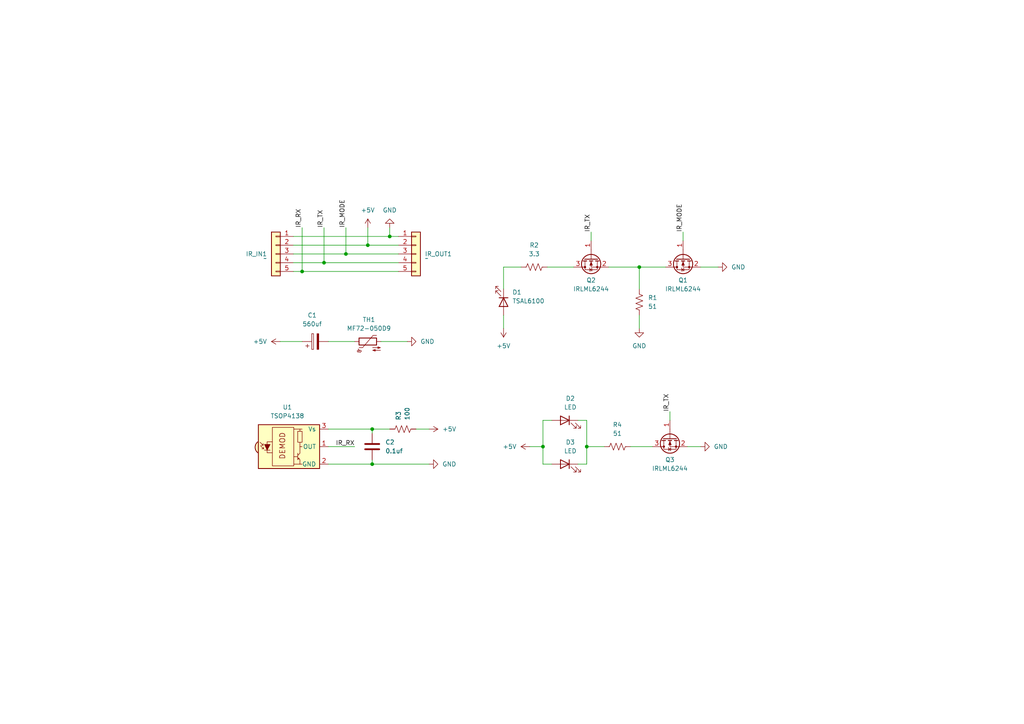
<source format=kicad_sch>
(kicad_sch (version 20230121) (generator eeschema)
  (paper "A4")
  (title_block (title "OpenLTTO Barrel Module") (rev "1.0") (company "Paul Mumby"))
  (lib_symbols
    (symbol "Connector_Generic:Conn_01x05" (pin_names (offset 1.016) hide)
      (property "Reference" "J" (at 0 7.62 0))
      (property "Value" "Conn_01x05" (at 0 -7.62 0))
      (symbol "Conn_01x05_1_1"
        (rectangle (start -1.27 -4.953) (end 0 -5.207) (stroke (width 0.1524)))
        (rectangle (start -1.27 -2.413) (end 0 -2.667) (stroke (width 0.1524)))
        (rectangle (start -1.27 0.127) (end 0 -0.127) (stroke (width 0.1524)))
        (rectangle (start -1.27 2.667) (end 0 2.413) (stroke (width 0.1524)))
        (rectangle (start -1.27 5.207) (end 0 4.953) (stroke (width 0.1524)))
        (rectangle (start -1.27 6.35) (end 1.27 -6.35) (stroke (width 0.254)) (fill (type background)))
        (pin passive line (at -5.08 5.08 0) (length 3.81) (name "Pin_1") (number "1"))
        (pin passive line (at -5.08 2.54 0) (length 3.81) (name "Pin_2") (number "2"))
        (pin passive line (at -5.08 0 0) (length 3.81) (name "Pin_3") (number "3"))
        (pin passive line (at -5.08 -2.54 0) (length 3.81) (name "Pin_4") (number "4"))
        (pin passive line (at -5.08 -5.08 0) (length 3.81) (name "Pin_5") (number "5"))
      )
    )
    (symbol "Device:C" (pin_numbers hide) (pin_names (offset 0.254))
      (property "Reference" "C" (at 0.635 2.54 0))
      (property "Value" "C" (at 0.635 -2.54 0))
      (symbol "C_0_1"
        (polyline (pts (xy -2.032 -0.762) (xy 2.032 -0.762)) (stroke (width 0.508)))
        (polyline (pts (xy -2.032 0.762) (xy 2.032 0.762)) (stroke (width 0.508)))
      )
      (symbol "C_1_1"
        (pin passive line (at 0 3.81 270) (length 2.794) (name "~") (number "1"))
        (pin passive line (at 0 -3.81 90) (length 2.794) (name "~") (number "2"))
      )
    )
    (symbol "Device:C_Polarized" (pin_numbers hide) (pin_names (offset 0.254))
      (property "Reference" "C" (at 0.635 2.54 0))
      (property "Value" "C_Polarized" (at 0.635 -2.54 0))
      (symbol "C_Polarized_0_1"
        (rectangle (start -2.286 0.508) (end 2.286 1.016))
        (polyline (pts (xy -1.778 2.286) (xy -0.762 2.286)))
        (polyline (pts (xy -1.27 2.794) (xy -1.27 1.778)))
        (rectangle (start 2.286 -0.508) (end -2.286 -1.016) (fill (type outline)))
      )
      (symbol "C_Polarized_1_1"
        (pin passive line (at 0 3.81 270) (length 2.794) (name "~") (number "1"))
        (pin passive line (at 0 -3.81 90) (length 2.794) (name "~") (number "2"))
      )
    )
    (symbol "Device:LED" (pin_numbers hide) (pin_names (offset 1.016) hide)
      (property "Reference" "D" (at 0 2.54 0))
      (property "Value" "LED" (at 0 -2.54 0))
      (symbol "LED_0_1"
        (polyline (pts (xy -1.27 -1.27) (xy -1.27 1.27)) (stroke (width 0.254)))
        (polyline (pts (xy -1.27 0) (xy 1.27 0)))
        (polyline (pts (xy 1.27 -1.27) (xy 1.27 1.27) (xy -1.27 0) (xy 1.27 -1.27)) (stroke (width 0.254)))
        (polyline (pts (xy -3.048 -0.762) (xy -4.572 -2.286) (xy -3.81 -2.286) (xy -4.572 -2.286) (xy -4.572 -1.524)))
        (polyline (pts (xy -1.778 -0.762) (xy -3.302 -2.286) (xy -2.54 -2.286) (xy -3.302 -2.286) (xy -3.302 -1.524)))
      )
      (symbol "LED_1_1"
        (pin passive line (at -3.81 0 0) (length 2.54) (name "K") (number "1"))
        (pin passive line (at 3.81 0 180) (length 2.54) (name "A") (number "2"))
      )
    )
    (symbol "Device:R_US" (pin_numbers hide) (pin_names (offset 0))
      (property "Reference" "R" (at 2.54 0 90))
      (property "Value" "R_US" (at -2.54 0 90))
      (symbol "R_US_0_1"
        (polyline (pts (xy 0 -2.286) (xy 0 -2.54)))
        (polyline (pts (xy 0 2.286) (xy 0 2.54)))
        (polyline (pts (xy 0 -0.762) (xy 1.016 -1.143) (xy 0 -1.524) (xy -1.016 -1.905) (xy 0 -2.286)))
        (polyline (pts (xy 0 0.762) (xy 1.016 0.381) (xy 0 0) (xy -1.016 -0.381) (xy 0 -0.762)))
        (polyline (pts (xy 0 2.286) (xy 1.016 1.905) (xy 0 1.524) (xy -1.016 1.143) (xy 0 0.762)))
      )
      (symbol "R_US_1_1"
        (pin passive line (at 0 3.81 270) (length 1.27) (name "~") (number "1"))
        (pin passive line (at 0 -3.81 90) (length 1.27) (name "~") (number "2"))
      )
    )
    (symbol "Device:Thermistor_NTC" (pin_numbers hide) (pin_names (offset 0))
      (property "Reference" "TH" (at -4.445 0 90))
      (property "Value" "Thermistor_NTC" (at 3.175 0 90))
      (symbol "Thermistor_NTC_0_1"
        (arc (start -3.048 2.159) (mid -3.0495 2.3143) (end -3.175 2.413))
        (arc (start -3.048 2.159) (mid -2.9736 1.9794) (end -2.794 1.905))
        (arc (start -3.048 2.794) (mid -2.9736 2.6144) (end -2.794 2.54))
        (arc (start -2.794 1.905) (mid -2.6144 1.9794) (end -2.54 2.159))
        (arc (start -2.794 2.54) (mid -2.4393 2.5587) (end -2.159 2.794))
        (arc (start -2.794 3.048) (mid -2.9736 2.9736) (end -3.048 2.794))
        (arc (start -2.54 2.794) (mid -2.6144 2.9736) (end -2.794 3.048))
        (rectangle (start -1.016 2.54) (end 1.016 -2.54) (stroke (width 0.254)))
        (polyline (pts (xy -2.54 2.159) (xy -2.54 2.794)))
        (polyline (pts (xy -1.778 2.54) (xy -1.778 1.524) (xy 1.778 -1.524) (xy 1.778 -2.54)))
        (polyline (pts (xy -2.54 -3.683) (xy -2.54 -1.397) (xy -2.794 -2.159) (xy -2.286 -2.159) (xy -2.54 -1.397) (xy -2.54 -1.651)) (fill (type outline)))
        (polyline (pts (xy -1.778 -1.397) (xy -1.778 -3.683) (xy -2.032 -2.921) (xy -1.524 -2.921) (xy -1.778 -3.683) (xy -1.778 -3.429)) (fill (type outline)))
      )
      (symbol "Thermistor_NTC_1_1"
        (pin passive line (at 0 3.81 270) (length 1.27) (name "~") (number "1"))
        (pin passive line (at 0 -3.81 90) (length 1.27) (name "~") (number "2"))
      )
    )
    (symbol "Interface_Optical:TSOP41xx" (pin_names (offset 1.016))
      (property "Reference" "U" (at -10.16 7.62 0))
      (property "Value" "TSOP41xx" (at -10.16 -7.62 0))
      (symbol "TSOP41xx_0_0"
        (arc (start -10.287 1.397) (mid -11.0899 -0.1852) (end -10.287 -1.778) (stroke (width 0.254)) (fill (type background)))
        (polyline (pts (xy 1.905 -5.08) (xy 0.127 -5.08)))
        (polyline (pts (xy 1.905 5.08) (xy 0.127 5.08)))
        (text "DEMOD" (at -3.175 0.254 900) (effects (font (size 1.524 1.524))))
      )
      (symbol "TSOP41xx_0_1"
        (rectangle (start -6.096 5.588) (end 0.127 -5.588))
        (polyline (pts (xy -8.763 0.381) (xy -9.652 1.27)))
        (polyline (pts (xy -8.763 0.381) (xy -9.271 0.381)))
        (polyline (pts (xy -8.763 0.381) (xy -8.763 0.889)))
        (polyline (pts (xy -8.636 -0.635) (xy -9.525 0.254)))
        (polyline (pts (xy -8.636 -0.635) (xy -9.144 -0.635)))
        (polyline (pts (xy -8.636 -0.635) (xy -8.636 -0.127)))
        (polyline (pts (xy -8.382 -1.016) (xy -6.731 -1.016)))
        (polyline (pts (xy 1.27 -2.921) (xy 0.127 -2.921)))
        (polyline (pts (xy 1.27 -1.905) (xy 1.27 -3.81)))
        (polyline (pts (xy 1.397 -3.556) (xy 1.524 -3.556)))
        (polyline (pts (xy 1.651 -3.556) (xy 1.524 -3.556)))
        (polyline (pts (xy 1.651 -3.556) (xy 1.651 -3.302)))
        (polyline (pts (xy 1.905 0) (xy 1.905 1.27)))
        (polyline (pts (xy 1.905 4.445) (xy 1.905 5.08) (xy 2.54 5.08)))
        (polyline (pts (xy -8.382 0.635) (xy -6.731 0.635) (xy -7.62 -1.016) (xy -8.382 0.635)) (fill (type outline)))
        (polyline (pts (xy -6.096 1.397) (xy -7.62 1.397) (xy -7.62 -1.778) (xy -6.096 -1.778)))
        (polyline (pts (xy 1.27 -3.175) (xy 1.905 -3.81) (xy 1.905 -5.08) (xy 2.54 -5.08)))
        (polyline (pts (xy 1.27 -2.54) (xy 1.905 -1.905) (xy 1.905 0) (xy 2.54 0)))
        (rectangle (start 2.54 1.27) (end 1.27 4.445))
        (rectangle (start 7.62 6.35) (end -10.16 -6.35) (stroke (width 0.254)) (fill (type background)))
      )
      (symbol "TSOP41xx_1_1"
        (pin output line (at 10.16 0 180) (length 2.54) (name "OUT") (number "1"))
        (pin power_in line (at 10.16 -5.08 180) (length 2.54) (name "GND") (number "2"))
        (pin power_in line (at 10.16 5.08 180) (length 2.54) (name "Vs") (number "3"))
      )
    )
    (symbol "Transistor_FET:IRLML6244" (pin_names hide)
      (property "Reference" "Q" (at 5.08 1.905 0))
      (property "Value" "IRLML6244" (at 5.08 0 0))
      (symbol "IRLML6244_0_1"
        (polyline (pts (xy 0.254 0) (xy -2.54 0)))
        (polyline (pts (xy 0.254 1.905) (xy 0.254 -1.905)) (stroke (width 0.254)))
        (polyline (pts (xy 0.762 -1.27) (xy 0.762 -2.286)) (stroke (width 0.254)))
        (polyline (pts (xy 0.762 0.508) (xy 0.762 -0.508)) (stroke (width 0.254)))
        (polyline (pts (xy 0.762 2.286) (xy 0.762 1.27)) (stroke (width 0.254)))
        (polyline (pts (xy 2.54 2.54) (xy 2.54 1.778)))
        (polyline (pts (xy 2.54 -2.54) (xy 2.54 0) (xy 0.762 0)))
        (polyline (pts (xy 0.762 -1.778) (xy 3.302 -1.778) (xy 3.302 1.778) (xy 0.762 1.778)))
        (polyline (pts (xy 1.016 0) (xy 2.032 0.381) (xy 2.032 -0.381) (xy 1.016 0)) (fill (type outline)))
        (polyline (pts (xy 2.794 0.508) (xy 2.921 0.381) (xy 3.683 0.381) (xy 3.81 0.254)))
        (polyline (pts (xy 3.302 0.381) (xy 2.921 -0.254) (xy 3.683 -0.254) (xy 3.302 0.381)))
        (circle (center 1.651 0) (radius 2.794) (stroke (width 0.254)))
        (circle (center 2.54 -1.778) (radius 0.254) (fill (type outline)))
        (circle (center 2.54 1.778) (radius 0.254) (fill (type outline)))
      )
      (symbol "IRLML6244_1_1"
        (pin input line (at -5.08 0 0) (length 2.54) (name "G") (number "1"))
        (pin passive line (at 2.54 -5.08 90) (length 2.54) (name "S") (number "2"))
        (pin passive line (at 2.54 5.08 270) (length 2.54) (name "D") (number "3"))
      )
    )
    (symbol "power:+5V" (power) (pin_names (offset 0))
      (property "Value" "+5V" (at 0 3.556 0))
      (symbol "+5V_0_1"
        (polyline (pts (xy -0.762 1.27) (xy 0 2.54)))
        (polyline (pts (xy 0 0) (xy 0 2.54)))
        (polyline (pts (xy 0 2.54) (xy 0.762 1.27)))
      )
      (symbol "+5V_1_1"
        (pin power_in line (at 0 0 90) (length 0) hide (name "+5V") (number "1"))
      )
    )
    (symbol "power:GND" (power) (pin_names (offset 0))
      (property "Value" "GND" (at 0 -3.81 0))
      (symbol "GND_0_1"
        (polyline (pts (xy 0 0) (xy 0 -1.27) (xy 1.27 -1.27) (xy 0 -2.54) (xy -1.27 -1.27) (xy 0 -1.27)))
      )
      (symbol "GND_1_1"
        (pin power_in line (at 0 0 270) (length 0) hide (name "GND") (number "1"))
      )
    )
  )
  (junction (at 107.95 134.62))
  (junction (at 100.33 73.66))
  (junction (at 157.48 129.54))
  (junction (at 93.98 76.2))
  (junction (at 113.03 68.58))
  (junction (at 170.18 129.54))
  (junction (at 87.63 78.74))
  (junction (at 107.95 124.46))
  (junction (at 106.68 71.12))
  (junction (at 185.42 77.47))
  (wire (pts (xy 95.25 134.62) (xy 107.95 134.62)))
  (wire (pts (xy 106.68 66.04) (xy 106.68 71.12)))
  (wire (pts (xy 185.42 77.47) (xy 185.42 83.82)))
  (wire (pts (xy 171.45 67.31) (xy 171.45 69.85)))
  (wire (pts (xy 146.05 91.44) (xy 146.05 95.25)))
  (wire (pts (xy 85.09 76.2) (xy 93.98 76.2)))
  (wire (pts (xy 157.48 129.54) (xy 153.67 129.54)))
  (wire (pts (xy 120.65 124.46) (xy 124.46 124.46)))
  (wire (pts (xy 87.63 78.74) (xy 115.57 78.74)))
  (wire (pts (xy 176.53 77.47) (xy 185.42 77.47)))
  (wire (pts (xy 95.25 129.54) (xy 102.87 129.54)))
  (wire (pts (xy 107.95 124.46) (xy 107.95 125.73)))
  (wire (pts (xy 203.2 77.47) (xy 208.28 77.47)))
  (wire (pts (xy 167.64 134.62) (xy 170.18 134.62)))
  (wire (pts (xy 87.63 66.04) (xy 87.63 78.74)))
  (wire (pts (xy 100.33 66.04) (xy 100.33 73.66)))
  (wire (pts (xy 146.05 83.82) (xy 146.05 77.47)))
  (wire (pts (xy 160.02 121.92) (xy 157.48 121.92)))
  (wire (pts (xy 107.95 134.62) (xy 124.46 134.62)))
  (wire (pts (xy 146.05 77.47) (xy 151.13 77.47)))
  (wire (pts (xy 95.25 124.46) (xy 107.95 124.46)))
  (wire (pts (xy 160.02 134.62) (xy 157.48 134.62)))
  (wire (pts (xy 113.03 68.58) (xy 115.57 68.58)))
  (wire (pts (xy 85.09 78.74) (xy 87.63 78.74)))
  (wire (pts (xy 110.49 99.06) (xy 118.11 99.06)))
  (wire (pts (xy 157.48 134.62) (xy 157.48 129.54)))
  (wire (pts (xy 95.25 99.06) (xy 102.87 99.06)))
  (wire (pts (xy 157.48 121.92) (xy 157.48 129.54)))
  (wire (pts (xy 107.95 133.35) (xy 107.95 134.62)))
  (wire (pts (xy 175.26 129.54) (xy 170.18 129.54)))
  (wire (pts (xy 93.98 76.2) (xy 115.57 76.2)))
  (wire (pts (xy 170.18 129.54) (xy 170.18 121.92)))
  (wire (pts (xy 185.42 91.44) (xy 185.42 95.25)))
  (wire (pts (xy 182.88 129.54) (xy 189.23 129.54)))
  (wire (pts (xy 198.12 67.31) (xy 198.12 69.85)))
  (wire (pts (xy 170.18 121.92) (xy 167.64 121.92)))
  (wire (pts (xy 81.28 99.06) (xy 87.63 99.06)))
  (wire (pts (xy 107.95 124.46) (xy 113.03 124.46)))
  (wire (pts (xy 106.68 71.12) (xy 115.57 71.12)))
  (wire (pts (xy 199.39 129.54) (xy 203.2 129.54)))
  (wire (pts (xy 85.09 73.66) (xy 100.33 73.66)))
  (wire (pts (xy 93.98 66.04) (xy 93.98 76.2)))
  (wire (pts (xy 100.33 73.66) (xy 115.57 73.66)))
  (wire (pts (xy 170.18 134.62) (xy 170.18 129.54)))
  (wire (pts (xy 85.09 71.12) (xy 106.68 71.12)))
  (wire (pts (xy 85.09 68.58) (xy 113.03 68.58)))
  (wire (pts (xy 158.75 77.47) (xy 166.37 77.47)))
  (wire (pts (xy 185.42 77.47) (xy 193.04 77.47)))
  (wire (pts (xy 194.31 119.38) (xy 194.31 121.92)))
  (wire (pts (xy 113.03 66.04) (xy 113.03 68.58)))
  (label "IR_RX" (at 102.87 129.54 180))
  (label "IR_TX" (at 171.45 67.31 90))
  (label "IR_MODE" (at 100.33 66.04 90))
  (label "IR_TX" (at 194.31 119.38 90))
  (label "IR_TX" (at 93.98 66.04 90))
  (label "IR_RX" (at 87.63 66.04 90))
  (label "IR_MODE" (at 198.12 67.31 90))
  (symbol (lib_id "Device:R_US") (at 154.94 77.47 90) (unit 1)
    (property "Reference" "R2" (at 154.94 71.12 90))
    (property "Value" "3.3" (at 154.94 73.66 90))
    (property "Footprint" "Resistor_SMD:R_1206_3216Metric_Pad1.30x1.75mm_HandSolder" (effects hide))
  )
  (symbol (lib_id "Device:R_US") (at 179.07 129.54 90) (unit 1)
    (property "Reference" "R4" (at 179.07 123.19 90))
    (property "Value" "51" (at 179.07 125.73 90))
    (property "Footprint" "Resistor_SMD:R_1206_3216Metric_Pad1.30x1.75mm_HandSolder" (effects hide))
  )
  (symbol (lib_id "Transistor_FET:IRLML6244") (at 194.31 127 90) (mirror x) (unit 1)
    (property "Reference" "Q3" (at 194.31 133.35 90))
    (property "Value" "IRLML6244" (at 194.31 135.89 90))
    (property "Footprint" "Package_TO_SOT_SMD:SOT-23" (effects hide))
    (property "Datasheet" "https://www.infineon.com/dgdl/Infineon-IRLML6244-DataSheet-v01_01-EN.pdf?fileId=5546d462533600a4015356686fed261f" (effects hide))
  )
  (symbol (lib_id "power:+5V") (at 153.67 129.54 90) (unit 1)
    (property "Reference" "#PWR011" (effects hide))
    (property "Value" "+5V" (at 149.86 129.54 90) (effects (justify left)))
  )
  (symbol (lib_id "power:+5V") (at 124.46 124.46 270) (unit 1)
    (property "Reference" "#PWR08" (effects hide))
    (property "Value" "+5V" (at 128.27 124.46 90) (effects (justify left)))
  )
  (symbol (lib_id "power:+5V") (at 81.28 99.06 90) (unit 1)
    (property "Reference" "#PWR06" (effects hide))
    (property "Value" "+5V" (at 77.47 99.06 90) (effects (justify left)))
  )
  (symbol (lib_id "Device:LED") (at 146.05 87.63 270) (unit 1)
    (property "Reference" "D1" (at 148.59 84.7725 90) (effects (justify left)))
    (property "Value" "TSAL6100" (at 148.59 87.3125 90) (effects (justify left)))
    (property "Footprint" "LED_THT:LED_D5.0mm_IRBlack" (effects hide))
    (property "Datasheet" "https://www.vishay.com/docs/81009/tsal6100.pdf" (effects hide))
  )
  (symbol (lib_id "Device:R_US") (at 116.84 124.46 90) (unit 1)
    (property "Reference" "R3" (at 115.57 121.92 0) (effects (justify left)))
    (property "Value" "100" (at 118.11 121.92 0) (effects (justify left)))
    (property "Footprint" "Resistor_SMD:R_1206_3216Metric_Pad1.30x1.75mm_HandSolder" (effects hide))
  )
  (symbol (lib_id "Interface_Optical:TSOP41xx") (at 85.09 129.54 0) (unit 1)
    (property "Reference" "U1" (at 83.355 118.11 0))
    (property "Value" "TSOP4138" (at 83.355 120.65 0))
    (property "Footprint" "OptoDevice:Vishay_MOLD-3Pin" (effects hide))
    (property "Datasheet" "http://www.vishay.com/docs/82460/tsop45.pdf" (effects hide))
  )
  (symbol (lib_id "Device:R_US") (at 185.42 87.63 0) (unit 1)
    (property "Reference" "R1" (at 187.96 86.36 0) (effects (justify left)))
    (property "Value" "51" (at 187.96 88.9 0) (effects (justify left)))
    (property "Footprint" "Resistor_SMD:R_1206_3216Metric_Pad1.30x1.75mm_HandSolder" (effects hide))
  )
  (symbol (lib_id "Device:LED") (at 163.83 134.62 0) (mirror y) (unit 1)
    (property "Reference" "D3" (at 165.4175 128.27 0))
    (property "Value" "LED" (at 165.4175 130.81 0))
    (property "Footprint" "LED_THT:LED_D5.0mm_Clear" (effects hide))
  )
  (symbol (lib_id "Transistor_FET:IRLML6244") (at 198.12 74.93 90) (mirror x) (unit 1)
    (property "Reference" "Q1" (at 198.12 81.28 90))
    (property "Value" "IRLML6244" (at 198.12 83.82 90))
    (property "Footprint" "Package_TO_SOT_SMD:SOT-23" (effects hide))
    (property "Datasheet" "https://www.infineon.com/dgdl/Infineon-IRLML6244-DataSheet-v01_01-EN.pdf?fileId=5546d462533600a4015356686fed261f" (effects hide))
  )
  (symbol (lib_id "power:+5V") (at 106.68 66.04 0) (unit 1)
    (property "Reference" "#PWR01" (effects hide))
    (property "Value" "+5V" (at 106.68 60.96 0))
  )
  (symbol (lib_id "power:GND") (at 208.28 77.47 90) (unit 1)
    (property "Reference" "#PWR04" (effects hide))
    (property "Value" "GND" (at 212.09 77.47 90) (effects (justify right)))
  )
  (symbol (lib_id "Device:Thermistor_NTC") (at 106.68 99.06 90) (unit 1)
    (property "Reference" "TH1" (at 106.9975 92.71 90))
    (property "Value" "MF72-050D9" (at 106.9975 95.25 90))
    (property "Footprint" "Capacitor_THT:C_Disc_D12.5mm_W5.0mm_P7.50mm" (effects hide))
    (property "Datasheet" "https://www.cantherm.com/wp-content/uploads/2018/08/MF72_AUG_2018.pdf" (effects hide))
    (property "DigikeyPN" "317-1168-ND" (effects hide))
  )
  (symbol (lib_id "power:GND") (at 185.42 95.25 0) (unit 1)
    (property "Reference" "#PWR03" (effects hide))
    (property "Value" "GND" (at 185.42 100.33 0))
  )
  (symbol (lib_id "power:+5V") (at 146.05 95.25 180) (unit 1)
    (property "Reference" "#PWR05" (effects hide))
    (property "Value" "+5V" (at 146.05 100.33 0))
  )
  (symbol (lib_id "Device:C") (at 107.95 129.54 0) (unit 1)
    (property "Reference" "C2" (at 111.76 128.27 0) (effects (justify left)))
    (property "Value" "0.1uf" (at 111.76 130.81 0) (effects (justify left)))
    (property "Footprint" "Capacitor_SMD:C_1206_3216Metric_Pad1.33x1.80mm_HandSolder" (effects hide))
  )
  (symbol (lib_id "Connector_Generic:Conn_01x05") (at 120.65 73.66 0) (unit 1)
    (property "Reference" "IR_OUT1" (at 123.19 73.66 0) (effects (justify left)))
    (property "Value" "~" (at 123.19 74.93 0) (effects (justify left)))
    (property "Footprint" "Connector_JST:JST_PH_B5B-PH-K_1x05_P2.00mm_Vertical" (effects hide))
  )
  (symbol (lib_id "power:GND") (at 203.2 129.54 90) (unit 1)
    (property "Reference" "#PWR010" (effects hide))
    (property "Value" "GND" (at 207.01 129.54 90) (effects (justify right)))
  )
  (symbol (lib_id "power:GND") (at 118.11 99.06 90) (unit 1)
    (property "Reference" "#PWR07" (effects hide))
    (property "Value" "GND" (at 121.92 99.06 90) (effects (justify right)))
  )
  (symbol (lib_id "Device:LED") (at 163.83 121.92 0) (mirror y) (unit 1)
    (property "Reference" "D2" (at 165.4175 115.57 0))
    (property "Value" "LED" (at 165.4175 118.11 0))
    (property "Footprint" "LED_THT:LED_D5.0mm_Clear" (effects hide))
  )
  (symbol (lib_id "power:GND") (at 124.46 134.62 90) (unit 1)
    (property "Reference" "#PWR09" (effects hide))
    (property "Value" "GND" (at 128.27 134.62 90) (effects (justify right)))
  )
  (symbol (lib_id "Device:C_Polarized") (at 91.44 99.06 90) (unit 1)
    (property "Reference" "C1" (at 90.551 91.44 90))
    (property "Value" "560uf" (at 90.551 93.98 90))
    (property "Footprint" "Capacitor_THT:CP_Radial_D8.0mm_P3.50mm" (effects hide))
    (property "Datasheet" "https://www.we-online.com/components/products/datasheet/860160274022.pdf" (effects hide))
    (property "DigikeyPN" "732-9427-1-ND" (effects hide))
  )
  (symbol (lib_id "Transistor_FET:IRLML6244") (at 171.45 74.93 90) (mirror x) (unit 1)
    (property "Reference" "Q2" (at 171.45 81.28 90))
    (property "Value" "IRLML6244" (at 171.45 83.82 90))
    (property "Footprint" "Package_TO_SOT_SMD:SOT-23" (effects hide))
    (property "Datasheet" "https://www.infineon.com/dgdl/Infineon-IRLML6244-DataSheet-v01_01-EN.pdf?fileId=5546d462533600a4015356686fed261f" (effects hide))
  )
  (symbol (lib_id "Connector_Generic:Conn_01x05") (at 80.01 73.66 0) (mirror y) (unit 1)
    (property "Reference" "IR_IN1" (at 77.47 73.66 0) (effects (justify left)))
    (property "Value" "~" (at 77.47 74.93 0) (effects (justify left)))
    (property "Footprint" "Connector_JST:JST_PH_B5B-PH-K_1x05_P2.00mm_Vertical" (effects hide))
  )
  (symbol (lib_id "power:GND") (at 113.03 66.04 180) (unit 1)
    (property "Reference" "#PWR02" (effects hide))
    (property "Value" "GND" (at 113.03 60.96 0))
  )
)
</source>
